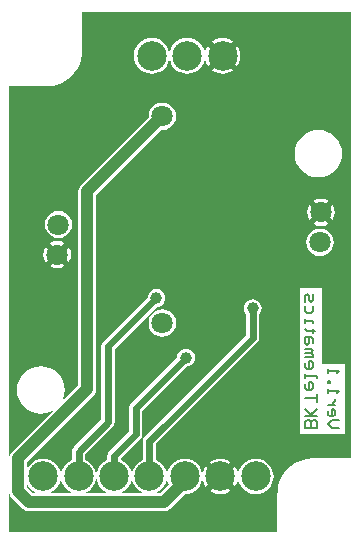
<source format=gbl>
%FSTAX36Y36*%
%MOIN*%
%SFA1B1*%

%IPPOS*%
%ADD14C,0.023620*%
%ADD15C,0.039370*%
%ADD17C,0.007870*%
%ADD18C,0.070870*%
%ADD19C,0.098430*%
%ADD20C,0.039370*%
%LNpcb1-1*%
%LPD*%
G36*
X00103425Y-00022756D02*
X0009063D01*
X00088858Y-00022874*
X00087323Y-00023307*
X00084803Y-00024331*
X00083268Y-00025354*
X0008189Y-00026732*
X00080984Y-00027756*
X00080039Y-00029252*
X00079213Y-00031535*
X00078898Y-00033071*
X00078819Y-00035551*
Y-00047362*
X-00010748*
Y0010126*
X00002047*
X00004449Y00101457*
X00007008Y00102284*
X00009094Y00103504*
X00011024Y00105472*
X00012284Y00107205*
X00012992Y00108701*
X00013425Y00110039*
X0001378Y00111969*
X00013858Y00113071*
Y00125866*
X00103425*
Y-00022756*
G37*
%LNpcb1-2*%
%LPC*%
G36*
X00005472Y00043726D02*
X0000302Y00041273D01*
X00003181Y0004115*
X00004286Y00040692*
X00005472Y00040536*
X00006658Y00040692*
X00007764Y0004115*
X00007925Y00041273*
X00005472Y00043726*
G37*
G36*
X0004052Y00026874D02*
X00039334Y00026718D01*
X00038228Y0002626*
X00037279Y00025532*
X00036551Y00024583*
X00036093Y00023477*
X00035937Y00022291*
X00036093Y00021105*
X00036551Y0002*
X00037279Y00019051*
X00038228Y00018323*
X00039334Y00017865*
X0004052Y00017709*
X00041706Y00017865*
X00042811Y00018323*
X0004376Y00019051*
X00044488Y0002*
X00044946Y00021105*
X00045102Y00022291*
X00044946Y00023477*
X00044488Y00024583*
X0004376Y00025532*
X00042811Y0002626*
X00041706Y00026718*
X0004052Y00026874*
G37*
G36*
X00001628Y00047571D02*
X00001504Y00047409D01*
X00001046Y00046304*
X0000089Y00045118*
X00001046Y00043932*
X00001504Y00042827*
X00001628Y00042665*
X00004081Y00045118*
X00001628Y00047571*
G37*
G36*
X00092992Y00053795D02*
X00091806Y00053639D01*
X00090701Y00053181*
X00089752Y00052453*
X00089024Y00051504*
X00088566Y00050399*
X0008841Y00049213*
X00088566Y00048027*
X00089024Y00046921*
X00089752Y00045972*
X00090701Y00045244*
X00091806Y00044786*
X00092992Y0004463*
X00094178Y00044786*
X00095283Y00045244*
X00096232Y00045972*
X00096961Y00046921*
X00097418Y00048027*
X00097575Y00049213*
X00097418Y00050399*
X00096961Y00051504*
X00096232Y00052453*
X00095283Y00053181*
X00094178Y00053639*
X00092992Y00053795*
G37*
G36*
X00009317Y00047571D02*
X00006864Y00045118D01*
X00009317Y00042665*
X00009441Y00042827*
X00009899Y00043932*
X00010055Y00045118*
X00009899Y00046304*
X00009441Y00047409*
X00009317Y00047571*
G37*
G36*
X00071653Y-00022908D02*
X00070493Y-00023023D01*
X00069377Y-00023361*
X00068348Y-00023911*
X00067446Y-00024651*
X00066706Y-00025553*
X00066157Y-00026581*
X00065818Y-00027698*
X00065748Y-00028407*
X00065678Y-00027698*
X00065339Y-00026581*
X0006479Y-00025553*
X00064677Y-00025416*
X00061234Y-00028858*
X00064677Y-00032301*
X0006479Y-00032164*
X00065339Y-00031135*
X00065678Y-00030019*
X00065748Y-00029309*
X00065818Y-00030019*
X00066157Y-00031135*
X00066706Y-00032164*
X00067446Y-00033066*
X00068348Y-00033805*
X00069377Y-00034355*
X00070493Y-00034694*
X00071653Y-00034808*
X00072814Y-00034694*
X00073931Y-00034355*
X00074959Y-00033805*
X00075861Y-00033066*
X00076601Y-00032164*
X0007715Y-00031135*
X00077489Y-00030019*
X00077603Y-00028858*
X00077489Y-00027698*
X0007715Y-00026581*
X00076601Y-00025553*
X00075861Y-00024651*
X00074959Y-00023911*
X00073931Y-00023361*
X00072814Y-00023023*
X00071653Y-00022908*
G37*
G36*
X00059842Y-0003025D02*
X000564Y-00033693D01*
X00056537Y-00033805*
X00057566Y-00034355*
X00058682Y-00034694*
X00059842Y-00034808*
X00061003Y-00034694*
X00062119Y-00034355*
X00063148Y-00033805*
X00063285Y-00033693*
X00059842Y-0003025*
G37*
G36*
Y-00022908D02*
X00058682Y-00023023D01*
X00057566Y-00023361*
X00056537Y-00023911*
X000564Y-00024024*
X00059842Y-00027466*
X00063285Y-00024024*
X00063148Y-00023911*
X00062119Y-00023361*
X00061003Y-00023023*
X00059842Y-00022908*
G37*
G36*
X00093794Y00033849D02*
X00086283D01*
Y-00004448*
Y-00014583*
X00093794*
Y-00005803*
Y00033849*
G37*
G36*
X00101314Y00008753D02*
X00093803D01*
Y-00002693*
Y-00014583*
X00101314*
Y-00001168*
Y00008753*
G37*
G36*
X00005472Y00049701D02*
X00004286Y00049545D01*
X00003181Y00049087*
X0000302Y00048963*
X00005472Y0004651*
X00007925Y00048963*
X00007764Y00049087*
X00006658Y00049545*
X00005472Y00049701*
G37*
G36*
X00060576Y00109942D02*
X00057133Y00106499D01*
X0005727Y00106387*
X00058299Y00105837*
X00059415Y00105498*
X00060576Y00105384*
X00061736Y00105498*
X00062853Y00105837*
X00063881Y00106387*
X00064018Y00106499*
X00060576Y00109942*
G37*
G36*
X0004052Y00095771D02*
X00039334Y00095615D01*
X00038228Y00095157*
X00037279Y00094429*
X00036551Y0009348*
X00036093Y00092375*
X00035937Y00091189*
X00035978Y00090881*
X00013395Y00068298*
X00012919Y00067678*
X00012707Y00067168*
X0001262Y00066956*
X00012518Y00066181*
Y00001516*
X00006566Y-00004435*
X00006592Y-00004405*
X00007324Y-00003034*
X00007776Y-00001547*
X00007928Y0*
X00007776Y00001547*
X00007324Y00003034*
X00006592Y00004405*
X00005606Y00005606*
X00004405Y00006592*
X00003034Y00007324*
X00001547Y00007776*
X0Y00007928*
X-00001547Y00007776*
X-00003034Y00007324*
X-00004405Y00006592*
X-00005606Y00005606*
X-00006592Y00004405*
X-00007324Y00003034*
X-00007776Y00001547*
X-00007928Y0*
X-00007776Y-00001547*
X-00007324Y-00003034*
X-00006592Y-00004405*
X-00005606Y-00005606*
X-00004405Y-00006592*
X-00003034Y-00007324*
X-00001547Y-00007776*
X0Y-00007928*
X00001547Y-00007776*
X00003034Y-00007324*
X00004405Y-00006592*
X00004435Y-00006566*
X-00009676Y-00020678*
X-00010152Y-00021298*
X-00010363Y-00021809*
X-00010451Y-0002202*
X-00010553Y-00022795*
Y-00033779*
X-00010451Y-00034554*
X-00010363Y-00034766*
X-00010152Y-00035277*
X-00009676Y-00035897*
X-00005975Y-00039597*
X-00005355Y-00040073*
X-00004845Y-00040285*
X-00004633Y-00040372*
X-00003858Y-00040474*
X00041063*
X00041838Y-00040372*
X00042049Y-00040285*
X0004256Y-00040073*
X0004318Y-00039597*
X00047975Y-00034803*
X00048031Y-00034808*
X00049192Y-00034694*
X00050308Y-00034355*
X00051337Y-00033805*
X00052239Y-00033066*
X00052979Y-00032164*
X00053528Y-00031135*
X00053867Y-00030019*
X00053937Y-00029309*
X00054007Y-00030019*
X00054346Y-00031135*
X00054895Y-00032164*
X00055008Y-00032301*
X00058451Y-00028858*
X00055008Y-00025416*
X00054895Y-00025553*
X00054346Y-00026581*
X00054007Y-00027698*
X00053937Y-00028407*
X00053867Y-00027698*
X00053528Y-00026581*
X00052979Y-00025553*
X00052239Y-00024651*
X00051337Y-00023911*
X00050308Y-00023361*
X00049192Y-00023023*
X00048031Y-00022908*
X00046871Y-00023023*
X00045755Y-00023361*
X00044726Y-00023911*
X00043824Y-00024651*
X00043084Y-00025553*
X00042535Y-00026581*
X00042196Y-00027698*
X00042126Y-00028407*
X00042056Y-00027698*
X00041717Y-00026581*
X00041168Y-00025553*
X00040428Y-00024651*
X00039526Y-00023911*
X00038497Y-00023361*
X00038444Y-00023345*
Y-0001789*
X00043226Y-00013108*
X00072163Y00015829*
X00072452Y00016262*
X00072645Y00016551*
X00072814Y00017402*
Y00025187*
X00073184Y00025668*
X00073483Y0002639*
X00073585Y00027165*
X00073483Y0002794*
X00073184Y00028662*
X00072708Y00029283*
X00072088Y00029758*
X00071365Y00030057*
X00070591Y0003016*
X00069816Y00030057*
X00069094Y00029758*
X00068473Y00029283*
X00067998Y00028662*
X00067699Y0002794*
X00067596Y00027165*
X00067699Y0002639*
X00067998Y00025668*
X00068367Y00025187*
Y00018323*
X00040081Y-00009963*
X00034648Y-00015396*
X00034166Y-00016117*
X00033997Y-00016969*
Y-00023345*
X00033944Y-00023361*
X00032915Y-00023911*
X00032013Y-00024651*
X00031273Y-00025553*
X00030724Y-00026581*
X00030385Y-00027698*
X00030315Y-00028407*
X00030245Y-00027698*
X00029906Y-00026581*
X00029357Y-00025553*
X00028617Y-00024651*
X00027715Y-00023911*
X00026686Y-00023361*
X00026633Y-00023345*
Y-00022968*
X00033226Y-00016376*
X00033708Y-00015654*
X00033877Y-00014803*
Y-00006905*
X00048599Y00007816*
X000492Y00007895*
X00049922Y00008194*
X00050542Y0000867*
X00051018Y0000929*
X00051317Y00010012*
X00051419Y00010787*
X00051317Y00011562*
X00051018Y00012285*
X00050542Y00012905*
X00049922Y0001338*
X000492Y00013679*
X00048425Y00013781*
X0004765Y00013679*
X00046928Y0001338*
X00046308Y00012905*
X00045832Y00012285*
X00045533Y00011562*
X00045454Y00010961*
X00030081Y-00004412*
X00029599Y-00005133*
X0002943Y-00005984*
Y-00013882*
X00022837Y-00020475*
X00022355Y-00021196*
X00022186Y-00022047*
Y-00023345*
X00022132Y-00023361*
X00021104Y-00023911*
X00020202Y-00024651*
X00019462Y-00025553*
X00018913Y-00026581*
X00018574Y-00027698*
X00018504Y-00028407*
X00018434Y-00027698*
X00018095Y-00026581*
X00017546Y-00025553*
X00016806Y-00024651*
X00015904Y-00023911*
X00014875Y-00023361*
X00014822Y-00023345*
Y-00021512*
X00024013Y-00012321*
X00024496Y-00011599*
X00024665Y-00010748*
Y00013587*
X00038707Y00027629*
X00039309Y00027708*
X00040031Y00028007*
X00040651Y00028483*
X00041126Y00029103*
X00041426Y00029825*
X00041528Y000306*
X00041426Y00031375*
X00041126Y00032097*
X00040651Y00032717*
X00040031Y00033193*
X00039309Y00033492*
X00038533Y00033594*
X00037759Y00033492*
X00037036Y00033193*
X00036416Y00032717*
X00035941Y00032097*
X00035641Y00031375*
X00035562Y00030774*
X00020868Y0001608*
X00020386Y00015359*
X00020217Y00014508*
Y-00009827*
X00011026Y-00019018*
X00010544Y-0001974*
X00010375Y-00020591*
Y-00023345*
X00010322Y-00023361*
X00009293Y-00023911*
X00008391Y-00024651*
X00007651Y-00025553*
X00007101Y-00026581*
X00006763Y-00027698*
X00006693Y-00028407*
X00006623Y-00027698*
X00006284Y-00026581*
X00005735Y-00025553*
X00004995Y-00024651*
X00004093Y-00023911*
X00003064Y-00023361*
X00001948Y-00023023*
X00000787Y-00022908*
X-00000373Y-00023023*
X-00001489Y-00023361*
X-00002518Y-00023911*
X-0000342Y-00024651*
X-0000416Y-00025553*
X-00004565Y-00026311*
Y-00024035*
X00017629Y-00001842*
X00018105Y-00001221*
X00018316Y-00000711*
X00018404Y-00000499*
X00018506Y00000276*
Y00064941*
X00040212Y00086647*
X0004052Y00086607*
X00041706Y00086763*
X00042811Y0008722*
X0004376Y00087949*
X00044488Y00088898*
X00044946Y00090003*
X00045102Y00091189*
X00044946Y00092375*
X00044488Y0009348*
X0004376Y00094429*
X00042811Y00095157*
X00041706Y00095615*
X0004052Y00095771*
G37*
G36*
X0006541Y00114776D02*
X00061967Y00111334D01*
X0006541Y00107891*
X00065523Y00108028*
X00066073Y00109057*
X00066411Y00110173*
X00066526Y00111334*
X00066411Y00112495*
X00066073Y00113611*
X00065523Y00114639*
X0006541Y00114776*
G37*
G36*
X00060576Y00117284D02*
X00059415Y00117169D01*
X00058299Y00116831*
X0005727Y00116281*
X00057133Y00116168*
X00060576Y00112726*
X00064018Y00116168*
X00063881Y00116281*
X00062853Y00116831*
X00061736Y00117169*
X00060576Y00117284*
G37*
G36*
X00048765D02*
X00047604Y00117169D01*
X00046488Y00116831*
X00045459Y00116281*
X00044557Y00115541*
X00043817Y00114639*
X00043268Y00113611*
X00042929Y00112495*
X00042859Y00111785*
X00042789Y00112495*
X0004245Y00113611*
X00041901Y00114639*
X00041161Y00115541*
X00040259Y00116281*
X0003923Y00116831*
X00038114Y00117169*
X00036953Y00117284*
X00035793Y00117169*
X00034677Y00116831*
X00033648Y00116281*
X00032746Y00115541*
X00032006Y00114639*
X00031457Y00113611*
X00031118Y00112495*
X00031004Y00111334*
X00031118Y00110173*
X00031457Y00109057*
X00032006Y00108028*
X00032746Y00107126*
X00033648Y00106387*
X00034677Y00105837*
X00035793Y00105498*
X00036953Y00105384*
X00038114Y00105498*
X0003923Y00105837*
X00040259Y00106387*
X00041161Y00107126*
X00041901Y00108028*
X0004245Y00109057*
X00042789Y00110173*
X00042859Y00110883*
X00042929Y00110173*
X00043268Y00109057*
X00043817Y00108028*
X00044557Y00107126*
X00045459Y00106387*
X00046488Y00105837*
X00047604Y00105498*
X00048765Y00105384*
X00049925Y00105498*
X00051042Y00105837*
X0005207Y00106387*
X00052972Y00107126*
X00053712Y00108028*
X00054261Y00109057*
X000546Y00110173*
X0005467Y00110883*
X0005474Y00110173*
X00055079Y00109057*
X00055628Y00108028*
X00055741Y00107891*
X00059184Y00111334*
X00055741Y00114776*
X00055628Y00114639*
X00055079Y00113611*
X0005474Y00112495*
X0005467Y00111785*
X000546Y00112495*
X00054261Y00113611*
X00053712Y00114639*
X00052972Y00115541*
X0005207Y00116281*
X00051042Y00116831*
X00049925Y00117169*
X00048765Y00117284*
G37*
G36*
X0009252Y00086668D02*
X00090973Y00086516D01*
X00089486Y00086065*
X00088115Y00085332*
X00086914Y00084346*
X00085928Y00083145*
X00085195Y00081774*
X00084744Y00080287*
X00084592Y0007874*
X00084744Y00077193*
X00085195Y00075706*
X00085928Y00074336*
X00086914Y00073134*
X00088115Y00072148*
X00089486Y00071416*
X00090973Y00070964*
X0009252Y00070812*
X00094066Y00070964*
X00095554Y00071416*
X00096924Y00072148*
X00098126Y00073134*
X00099111Y00074336*
X00099844Y00075706*
X00100295Y00077193*
X00100448Y0007874*
X00100295Y00080287*
X00099844Y00081774*
X00099111Y00083145*
X00098126Y00084346*
X00096924Y00085332*
X00095554Y00086065*
X00094066Y00086516*
X0009252Y00086668*
G37*
G36*
X00005866Y00059701D02*
X0000468Y00059544D01*
X00003575Y00059087*
X00002626Y00058358*
X00001898Y00057409*
X0000144Y00056304*
X00001284Y00055118*
X0000144Y00053932*
X00001898Y00052827*
X00002626Y00051878*
X00003575Y00051149*
X0000468Y00050692*
X00005866Y00050536*
X00007052Y00050692*
X00008157Y00051149*
X00009106Y00051878*
X00009835Y00052827*
X00010293Y00053932*
X00010449Y00055118*
X00010293Y00056304*
X00009835Y00057409*
X00009106Y00058358*
X00008157Y00059087*
X00007052Y00059544*
X00005866Y00059701*
G37*
G36*
X00093386Y00057821D02*
X00090933Y00055368D01*
X00091095Y00055244*
X000922Y00054786*
X00093386Y0005463*
X00094572Y00054786*
X00095677Y00055244*
X00095838Y00055368*
X00093386Y00057821*
G37*
G36*
X00089541Y00061665D02*
X00089417Y00061504D01*
X00088959Y00060399*
X00088803Y00059213*
X00088959Y00058027*
X00089417Y00056921*
X00089541Y0005676*
X00091994Y00059213*
X00089541Y00061665*
G37*
G36*
X00093386Y00063795D02*
X000922Y00063639D01*
X00091095Y00063181*
X00090933Y00063057*
X00093386Y00060605*
X00095838Y00063057*
X00095677Y00063181*
X00094572Y00063639*
X00093386Y00063795*
G37*
G36*
X0009723Y00061665D02*
X00094778Y00059213D01*
X0009723Y0005676*
X00097354Y00056921*
X00097812Y00058027*
X00097968Y00059213*
X00097812Y00060399*
X00097354Y00061504*
X0009723Y00061665*
G37*
%LNpcb1-3*%
%LPD*%
G36*
X-0000416Y-00032164D02*
X-0000342Y-00033066D01*
X-00002518Y-00033805*
X-00001489Y-00034355*
X-00001058Y-00034486*
X-00002618*
X-00004565Y-00032539*
Y-00031406*
X-0000416Y-00032164*
G37*
G36*
X00006763Y-00030019D02*
X00007101Y-00031135D01*
X00007651Y-00032164*
X00008391Y-00033066*
X00009293Y-00033805*
X00010322Y-00034355*
X00010753Y-00034486*
X00002633*
X00003064Y-00034355*
X00004093Y-00033805*
X00004995Y-00033066*
X00005735Y-00032164*
X00006284Y-00031135*
X00006623Y-00030019*
X00006693Y-00029309*
X00006763Y-00030019*
G37*
G36*
X00042196D02*
X00042535Y-00031135D01*
X00042757Y-00031552*
X00039823Y-00034486*
X00038066*
X00038497Y-00034355*
X00039526Y-00033805*
X00040428Y-00033066*
X00041168Y-00032164*
X00041717Y-00031135*
X00042056Y-00030019*
X00042126Y-00029309*
X00042196Y-00030019*
G37*
G36*
X00030385D02*
X00030724Y-00031135D01*
X00031273Y-00032164*
X00032013Y-00033066*
X00032915Y-00033805*
X00033944Y-00034355*
X00034375Y-00034486*
X00026255*
X00026686Y-00034355*
X00027715Y-00033805*
X00028617Y-00033066*
X00029357Y-00032164*
X00029906Y-00031135*
X00030245Y-00030019*
X00030315Y-00029309*
X00030385Y-00030019*
G37*
G36*
X00018574D02*
X00018913Y-00031135D01*
X00019462Y-00032164*
X00020202Y-00033066*
X00021104Y-00033805*
X00022132Y-00034355*
X00022564Y-00034486*
X00014444*
X00014875Y-00034355*
X00015904Y-00033805*
X00016806Y-00033066*
X00017546Y-00032164*
X00018095Y-00031135*
X00018434Y-00030019*
X00018504Y-00029309*
X00018574Y-00030019*
G37*
G54D14*
X00070591Y00017402D02*
Y00027165D01*
X00041653Y-00011535D02*
X00070591Y00017402D01*
X00022441Y00014508D02*
X00038533Y000306D01*
X00031653Y-00005984D02*
X00048425Y00010787D01*
X00012598Y-00028858D02*
Y-00020591D01*
X00022441Y-00010748*
Y00014508*
X00024409Y-00028858D02*
Y-00022047D01*
X00031653Y-00014803*
Y-00005984*
X0003622Y-00028858D02*
Y-00016969D01*
X00041653Y-00011535*
G54D15*
X00015512Y00000276D02*
Y00066181D01*
X-00007559Y-00022795D02*
X00015512Y00000276D01*
X0004052Y00091189D02*
D01*
X00015512Y00066181D02*
X0004052Y00091189D01*
X-00007559Y-00033779D02*
Y-00022795D01*
Y-00033779D02*
X-00003858Y-0003748D01*
X00041063*
X00048031Y-00030512*
Y-00028858*
G54D17*
X00095591Y-00000905D02*
Y00000406D01*
Y-0000025*
X00099526*
X0009887Y-00000905*
X00095591Y00002374D02*
X00096246D01*
Y0000303*
X00095591*
Y00002374*
Y00005654D02*
Y00006966D01*
Y0000631*
X00099526*
X0009887Y00005654*
X00099526Y-00012795D02*
X00096902D01*
X00095591Y-00011483*
X00096902Y-00010171*
X00099526*
X00095591Y-00006892D02*
Y-00008204D01*
X00096246Y-0000886*
X00097558*
X00098214Y-00008204*
Y-00006892*
X00097558Y-00006236*
X00096902*
Y-0000886*
X00098214Y-00004924D02*
X00095591D01*
X00096902*
X00097558Y-00004268*
X00098214Y-00003612*
Y-00002956*
X00092007Y-00004016D02*
Y-00001392D01*
Y-00002704*
X00088071*
Y00001888D02*
Y00000576D01*
X00088727Y-0000008*
X00090039*
X00090695Y00000576*
Y00001888*
X00090039Y00002544*
X00089383*
Y-0000008*
X00088071Y00003856D02*
Y00005168D01*
Y00004512*
X00092007*
Y00003856*
X00088071Y00009103D02*
Y00007791D01*
X00088727Y00007136*
X00090039*
X00090695Y00007791*
Y00009103*
X00090039Y00009759*
X00089383*
Y00007136*
X00088071Y00011071D02*
X00090695D01*
Y00011727*
X00090039Y00012383*
X00088071*
X00090039*
X00090695Y00013039*
X00090039Y00013695*
X00088071*
X00090695Y00015663D02*
Y00016975D01*
X00090039Y00017631*
X00088071*
Y00015663*
X00088727Y00015007*
X00089383Y00015663*
Y00017631*
X00091351Y00019599D02*
X00090695D01*
Y00018943*
Y00020255*
Y00019599*
X00088727*
X00088071Y00020255*
Y00022222D02*
Y00023534D01*
Y00022878*
X00090695*
Y00022222*
Y00028126D02*
Y00026158D01*
X00090039Y00025502*
X00088727*
X00088071Y00026158*
Y00028126*
Y00029438D02*
Y00031406D01*
X00088727Y00032062*
X00089383Y00031406*
Y00030094*
X00090039Y00029438*
X00090695Y00030094*
Y00032062*
X00092007Y-00012795D02*
X00088071D01*
Y-00010827*
X00088727Y-00010171*
X00089383*
X00090039Y-00010827*
Y-00012795*
Y-00010827*
X00090695Y-00010171*
X00091351*
X00092007Y-00010827*
Y-00012795*
Y-0000886D02*
X00088071D01*
X00089383*
X00092007Y-00006236*
X00090039Y-00008204*
X00088071Y-00006236*
G54D18*
X00093386Y00059213D03*
X00092992Y00049213D03*
X00005472Y00045118D03*
X00005866Y00055118D03*
X0004052Y00091189D03*
Y00022291D03*
G54D19*
X00000787Y-00028858D03*
X00012598D03*
X00024409D03*
X0003622D03*
X00036953Y00111334D03*
X00048765D03*
X00060576D03*
X00071653Y-00028858D03*
X00059842D03*
X00048031D03*
G54D20*
X0009941Y00012756D03*
X00070591Y00027165D03*
X00048583Y-00043583D03*
X00026693D03*
X00038533Y000306D03*
X00048425Y00010787D03*
X-00006142Y-00043583D03*
X00004803D03*
X00015748D03*
X00037638D03*
X00059527D03*
X00070472D03*
X00082323Y-00018976D03*
X00094606Y-00018386D03*
X0009941Y00021102D03*
Y00031142D03*
Y00043819D03*
Y00054488D03*
Y00066614D03*
Y00090472D03*
Y00100564D03*
Y00110656D03*
Y00120748D03*
X00020118Y00122362D03*
X00018661Y00109606D03*
X0000685Y00096693D03*
X-00007165D03*
Y00079528D03*
Y00063386D03*
Y00025709D03*
Y0004374D03*
Y00009055D03*
X00078386Y00001221D03*
X00068268Y00001417D03*
X00049724Y00030748D03*
X00050276Y00053543D03*
X00036457Y00055748D03*
X-00007165Y-00011732D03*
X00070118Y00064488D03*
X00070197Y00078858D03*
X00077756Y00071496D03*
X00079449Y00027756D03*
X0007Y00042756D03*
X00045551Y00035906D03*
Y00071299D03*
X0003874Y00078031D03*
X00038819Y00064685D03*
X00059173Y00102874D03*
M02*
</source>
